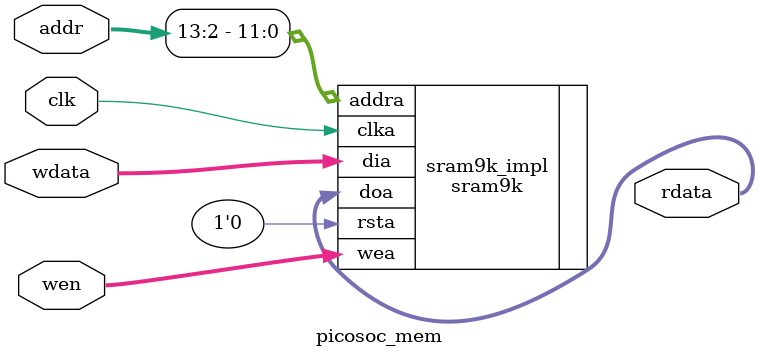
<source format=v>
/*
 *  PicoSoC - A simple example SoC using PicoRV32
 *
 *  Copyright (C) 2017  Claire Xenia Wolf <claire@yosyshq.com>
 *
 *  Permission to use, copy, modify, and/or distribute this software for any
 *  purpose with or without fee is hereby granted, provided that the above
 *  copyright notice and this permission notice appear in all copies.
 *
 *  THE SOFTWARE IS PROVIDED "AS IS" AND THE AUTHOR DISCLAIMS ALL WARRANTIES
 *  WITH REGARD TO THIS SOFTWARE INCLUDING ALL IMPLIED WARRANTIES OF
 *  MERCHANTABILITY AND FITNESS. IN NO EVENT SHALL THE AUTHOR BE LIABLE FOR
 *  ANY SPECIAL, DIRECT, INDIRECT, OR CONSEQUENTIAL DAMAGES OR ANY DAMAGES
 *  WHATSOEVER RESULTING FROM LOSS OF USE, DATA OR PROFITS, WHETHER IN AN
 *  ACTION OF CONTRACT, NEGLIGENCE OR OTHER TORTIOUS ACTION, ARISING OUT OF
 *  OR IN CONNECTION WITH THE USE OR PERFORMANCE OF THIS SOFTWARE.
 *
 */
 
`ifndef PICORV32_REGS
`ifdef PICORV32_V
`error "picosoc.v must be read before picorv32.v!"
`endif 

`define PICORV32_REGS picosoc_regs
`endif

`ifndef PICOSOC_MEM
`define PICOSOC_MEM picosoc_mem
`endif

// this macro can be used to check if the verilog files in your
// design are read in the correct order.
`define PICOSOC_V

module picosoc (
	input clk,
	input resetn,

	output        iomem_valid,
	input         iomem_ready,
	output [ 3:0] iomem_wstrb,
	output [31:0] iomem_addr,
	output [31:0] iomem_wdata,
	input  [31:0] iomem_rdata,

	input  irq_5,
	input  irq_6,
	input  irq_7,

	output ser_tx,
	input  ser_rx
);
	parameter [0:0] BARREL_SHIFTER = 1;
	parameter [0:0] ENABLE_MUL = 0;
	parameter [0:0] ENABLE_DIV = 0;
	parameter [0:0] ENABLE_FAST_MUL = 0;
	parameter [0:0] ENABLE_COMPRESSED = 1;
	parameter [0:0] ENABLE_COUNTERS = 1;
	parameter [0:0] ENABLE_IRQ_QREGS = 0;

	parameter integer MEM_WORDS = 4096;
	parameter [31:0] STACKADDR = (4*MEM_WORDS);       // end of memory
	parameter [31:0] PROGADDR_RESET = 32'h0000_0010;  // PC start address
	parameter [31:0] PROGADDR_IRQ = 32'h0000_0000;

	reg [31:0] irq;
	wire irq_stall = 0;
	wire irq_uart = 0;

	always @* begin
		irq = 0;
		irq[3] = irq_stall;
		irq[4] = irq_uart;
		irq[5] = irq_5;
		irq[6] = irq_6;
		irq[7] = irq_7;
	end

	wire mem_valid;
	wire mem_instr;
	wire mem_ready;
	wire [31:0] mem_addr;
	wire [31:0] mem_wdata;
	wire [3:0] mem_wstrb;
	wire [31:0] mem_rdata;

	reg ram_ready;
	wire [31:0] ram_rdata;

	assign iomem_valid = mem_valid && (mem_addr[31:24] > 8'h02);
	assign iomem_wstrb = mem_wstrb;
	assign iomem_addr = mem_addr;
	assign iomem_wdata = mem_wdata;

	wire        simpleuart_reg_div_sel = mem_valid && (mem_addr == 32'h0200_0004);
	wire [31:0] simpleuart_reg_div_do;

	wire        simpleuart_reg_dat_sel = mem_valid && (mem_addr == 32'h0200_0008);
	wire [31:0] simpleuart_reg_dat_do;
	wire        simpleuart_reg_dat_wait;
	
	assign mem_ready = (iomem_valid && iomem_ready) || ram_ready || // sdram_ready ||
			simpleuart_reg_div_sel || (simpleuart_reg_dat_sel && !simpleuart_reg_dat_wait);

	assign mem_rdata = (iomem_valid && iomem_ready) ? iomem_rdata : ram_ready ? ram_rdata : // sdram_ready ? sdram_rdata : 
			simpleuart_reg_div_sel ? simpleuart_reg_div_do :
			simpleuart_reg_dat_sel ? simpleuart_reg_dat_do : 32'h 0000_0000;

	picorv32 #(
		.STACKADDR(STACKADDR),
		.PROGADDR_RESET(PROGADDR_RESET),
		.PROGADDR_IRQ(PROGADDR_IRQ),
		.BARREL_SHIFTER(BARREL_SHIFTER),
		.COMPRESSED_ISA(ENABLE_COMPRESSED),
		.ENABLE_COUNTERS(ENABLE_COUNTERS),
		.ENABLE_MUL(ENABLE_MUL),
		.ENABLE_DIV(ENABLE_DIV),
		.ENABLE_FAST_MUL(ENABLE_FAST_MUL),
		.ENABLE_IRQ(1),
		.ENABLE_IRQ_QREGS(ENABLE_IRQ_QREGS)
	) cpu (
		.clk         (clk        ),
		.resetn      (resetn     ),
		.mem_valid   (mem_valid  ),
		.mem_instr   (mem_instr  ),
		.mem_ready   (mem_ready  ),
		.mem_addr    (mem_addr   ),
		.mem_wdata   (mem_wdata  ),
		.mem_wstrb   (mem_wstrb  ),
		.mem_rdata   (mem_rdata  ),
		.irq         (irq        )
	);

	simpleuart simpleuart (
		.clk         (clk         ),
		.resetn      (resetn      ),

		.ser_tx      (ser_tx      ),
		.ser_rx      (ser_rx      ),

		.reg_div_we  (simpleuart_reg_div_sel ? mem_wstrb : 4'b0000),
		.reg_div_di  (mem_wdata),
		.reg_div_do  (simpleuart_reg_div_do),

		.reg_dat_we  (simpleuart_reg_dat_sel ? mem_wstrb[0] : 1'b0),
		.reg_dat_re  (simpleuart_reg_dat_sel && !mem_wstrb),
		.reg_dat_di  (mem_wdata),
		.reg_dat_do  (simpleuart_reg_dat_do),
		.reg_dat_wait(simpleuart_reg_dat_wait)
	);

	always @(posedge clk)
		ram_ready <= mem_valid && !mem_ready && mem_addr < 4*MEM_WORDS;

	picosoc_mem #(
		.WORDS(MEM_WORDS)
	) memory (
		.clk(clk),
		.wen((mem_valid && !mem_ready && mem_addr < 4*MEM_WORDS) ? mem_wstrb : 4'b0),
		.addr(mem_addr[31:0]),
		.wdata(mem_wdata),
		.rdata(ram_rdata)
	);
endmodule

// Implementation note:
// Replace the following two modules with wrappers for your SRAM cells.

module picosoc_regs (
	input clk, wen,
	input [5:0] waddr,
	input [5:0] raddr1,
	input [5:0] raddr2,
	input [31:0] wdata,
	output [31:0] rdata1,
	output [31:0] rdata2
);
	reg [31:0] regs [0:31];

	always @(posedge clk)
		if (wen) regs[waddr[4:0]] <= wdata;

	assign rdata1 = regs[raddr1[4:0]];
	assign rdata2 = regs[raddr2[4:0]];
endmodule

module picosoc_mem #(
	parameter integer WORDS = 4096
) (
	input clk,
	input [3:0]  wen,
	input [31:0] addr,
	input [31:0] wdata,
	output[31:0] rdata
);

	/* 4096 Word (16384 Byte) Memory */
	sram9k sram9k_impl(
		.doa(rdata), .dia(wdata), .addra(addr[13:2]), .clka(clk), .wea(wen), .rsta(1'b0) 
	);
	
endmodule


</source>
